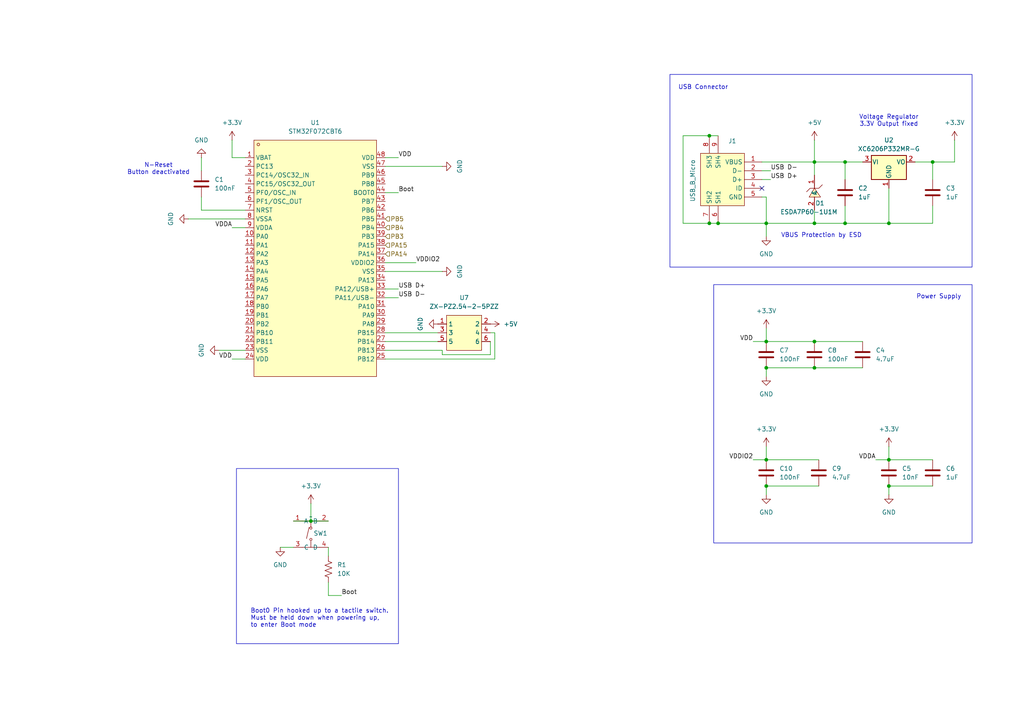
<source format=kicad_sch>
(kicad_sch (version 20231120) (generator "eeschema") (generator_version "8.0")
  (paper "A4")
  (lib_symbols
    (symbol "Device:C" (pin_numbers hide) (pin_names (offset 0.254))
      (property "Reference" "C" (at 0.635 2.54 0))
      (property "Value" "C" (at 0.635 -2.54 0))
      (symbol "C_0_1"
        (polyline (pts (xy -2.032 -0.762) (xy 2.032 -0.762)) (stroke (width 0.508)))
        (polyline (pts (xy -2.032 0.762) (xy 2.032 0.762)) (stroke (width 0.508)))
      )
      (symbol "C_1_1"
        (pin passive line (at 0 3.81 270) (length 2.794) (name "~") (number "1"))
        (pin passive line (at 0 -3.81 90) (length 2.794) (name "~") (number "2"))
      )
    )
    (symbol "Device:R_US" (pin_numbers hide) (pin_names (offset 0))
      (property "Reference" "R" (at 2.54 0 90))
      (property "Value" "R_US" (at -2.54 0 90))
      (symbol "R_US_0_1"
        (polyline (pts (xy 0 -2.286) (xy 0 -2.54)))
        (polyline (pts (xy 0 2.286) (xy 0 2.54)))
        (polyline (pts (xy 0 -0.762) (xy 1.016 -1.143) (xy 0 -1.524) (xy -1.016 -1.905) (xy 0 -2.286)))
        (polyline (pts (xy 0 0.762) (xy 1.016 0.381) (xy 0 0) (xy -1.016 -0.381) (xy 0 -0.762)))
        (polyline (pts (xy 0 2.286) (xy 1.016 1.905) (xy 0 1.524) (xy -1.016 1.143) (xy 0 0.762)))
      )
      (symbol "R_US_1_1"
        (pin passive line (at 0 3.81 270) (length 1.27) (name "~") (number "1"))
        (pin passive line (at 0 -3.81 90) (length 1.27) (name "~") (number "2"))
      )
    )
    (symbol "JLClib:ESDA7P60-1U1M"
      (property "Reference" "D" (at 0 5.08 0))
      (property "Value" "ESDA7P60-1U1M" (at 0 -5.08 0))
      (symbol "ESDA7P60-1U1M_0_1"
        (polyline (pts (xy -2.29 2.29) (xy -1.27 1.27) (xy -1.27 -1.27) (xy -0.25 -2.29)))
        (polyline (pts (xy 1.27 -1.52) (xy -1.27 0) (xy 1.27 1.78) (xy 1.27 -1.52)) (fill (type background)))
        (pin unspecified line (at -5.08 0 0) (length 3.81) (name "C") (number "1"))
        (pin unspecified line (at 5.08 0 180) (length 3.81) (name "A") (number "2"))
      )
    )
    (symbol "JLClib:Header-Male-2.54_2x3"
      (property "Reference" "J" (at 0 7.62 0))
      (property "Value" "Header-Male-2.54_2x3" (at 0 -7.62 0))
      (symbol "Header-Male-2.54_2x3_0_1"
        (rectangle (start -5.08 5.08) (end 5.08 -5.08) (fill (type background)))
        (pin input line (at -7.62 2.54 0) (length 2.54) (name "1") (number "1"))
        (pin input line (at 7.62 2.54 180) (length 2.54) (name "2") (number "2"))
        (pin input line (at -7.62 0 0) (length 2.54) (name "3") (number "3"))
        (pin input line (at 7.62 0 180) (length 2.54) (name "4") (number "4"))
        (pin input line (at -7.62 -2.54 0) (length 2.54) (name "5") (number "5"))
        (pin input line (at 7.62 -2.54 180) (length 2.54) (name "6") (number "6"))
      )
    )
    (symbol "JLClib:MICROXNJ"
      (property "Reference" "USB" (at 0 17.78 0))
      (property "Value" "MICROXNJ" (at 0 -17.78 0))
      (symbol "MICROXNJ_0_1"
        (rectangle (start -5.08 7.62) (end 7.62 -7.62) (fill (type background)))
        (pin unspecified line (at -10.16 -5.08 0) (length 5.08) (name "VBUS") (number "1"))
        (pin unspecified line (at -10.16 -2.54 0) (length 5.08) (name "D-") (number "2"))
        (pin unspecified line (at -10.16 0 0) (length 5.08) (name "D+") (number "3"))
        (pin unspecified line (at -10.16 2.54 0) (length 5.08) (name "ID") (number "4"))
        (pin unspecified line (at -10.16 5.08 0) (length 5.08) (name "GND") (number "5"))
        (pin unspecified line (at 2.54 12.7 270) (length 5.08) (name "SH1") (number "6"))
        (pin unspecified line (at 5.08 12.7 270) (length 5.08) (name "SH2") (number "7"))
        (pin unspecified line (at 5.08 -12.7 90) (length 5.08) (name "SH3") (number "8"))
        (pin unspecified line (at 2.54 -12.7 90) (length 5.08) (name "SH4") (number "9"))
      )
    )
    (symbol "JLClib:STM32F072CBT6"
      (property "Reference" "U1" (at 0 39.37 0))
      (property "Value" "STM32F072CBT6" (at 0 36.83 0))
      (symbol "STM32F072CBT6_0_1"
        (rectangle (start -17.78 34.29) (end 17.78 -34.29) (fill (type background)))
        (circle (center -16.51 33.02) (radius 0.38))
        (pin unspecified line (at -20.32 29.21 0) (length 2.54) (name "VBAT") (number "1"))
        (pin unspecified line (at -20.32 6.35 0) (length 2.54) (name "PA0") (number "10"))
        (pin unspecified line (at -20.32 3.81 0) (length 2.54) (name "PA1") (number "11"))
        (pin unspecified line (at -20.32 1.27 0) (length 2.54) (name "PA2") (number "12"))
        (pin unspecified line (at -20.32 -1.27 0) (length 2.54) (name "PA3") (number "13"))
        (pin unspecified line (at -20.32 -3.81 0) (length 2.54) (name "PA4") (number "14"))
        (pin unspecified line (at -20.32 -6.35 0) (length 2.54) (name "PA5") (number "15"))
        (pin unspecified line (at -20.32 -8.89 0) (length 2.54) (name "PA6") (number "16"))
        (pin unspecified line (at -20.32 -11.43 0) (length 2.54) (name "PA7") (number "17"))
        (pin unspecified line (at -20.32 -13.97 0) (length 2.54) (name "PB0") (number "18"))
        (pin unspecified line (at -20.32 -16.51 0) (length 2.54) (name "PB1") (number "19"))
        (pin unspecified line (at -20.32 26.67 0) (length 2.54) (name "PC13") (number "2"))
        (pin unspecified line (at -20.32 -19.05 0) (length 2.54) (name "PB2") (number "20"))
        (pin unspecified line (at -20.32 -21.59 0) (length 2.54) (name "PB10") (number "21"))
        (pin unspecified line (at -20.32 -24.13 0) (length 2.54) (name "PB11") (number "22"))
        (pin unspecified line (at -20.32 -26.67 0) (length 2.54) (name "VSS") (number "23"))
        (pin unspecified line (at -20.32 -29.21 0) (length 2.54) (name "VDD") (number "24"))
        (pin unspecified line (at 20.32 -29.21 180) (length 2.54) (name "PB12") (number "25"))
        (pin unspecified line (at 20.32 -26.67 180) (length 2.54) (name "PB13") (number "26"))
        (pin unspecified line (at 20.32 -24.13 180) (length 2.54) (name "PB14") (number "27"))
        (pin unspecified line (at 20.32 -21.59 180) (length 2.54) (name "PB15") (number "28"))
        (pin unspecified line (at 20.32 -19.05 180) (length 2.54) (name "PA8") (number "29"))
        (pin unspecified line (at -20.32 24.13 0) (length 2.54) (name "PC14/OSC32_IN") (number "3"))
        (pin unspecified line (at 20.32 -16.51 180) (length 2.54) (name "PA9") (number "30"))
        (pin unspecified line (at 20.32 -13.97 180) (length 2.54) (name "PA10") (number "31"))
        (pin unspecified line (at 20.32 -6.35 180) (length 2.54) (name "PA13") (number "34"))
        (pin unspecified line (at 20.32 -3.81 180) (length 2.54) (name "VSS") (number "35"))
        (pin unspecified line (at 20.32 1.27 180) (length 2.54) (name "PA14") (number "37"))
        (pin unspecified line (at 20.32 3.81 180) (length 2.54) (name "PA15") (number "38"))
        (pin unspecified line (at 20.32 6.35 180) (length 2.54) (name "PB3") (number "39"))
        (pin unspecified line (at -20.32 21.59 0) (length 2.54) (name "PC15/OSC32_OUT") (number "4"))
        (pin unspecified line (at 20.32 8.89 180) (length 2.54) (name "PB4") (number "40"))
        (pin unspecified line (at 20.32 11.43 180) (length 2.54) (name "PB5") (number "41"))
        (pin unspecified line (at 20.32 13.97 180) (length 2.54) (name "PB6") (number "42"))
        (pin unspecified line (at 20.32 16.51 180) (length 2.54) (name "PB7") (number "43"))
        (pin unspecified line (at 20.32 19.05 180) (length 2.54) (name "BOOT0") (number "44"))
        (pin unspecified line (at 20.32 21.59 180) (length 2.54) (name "PB8") (number "45"))
        (pin unspecified line (at 20.32 24.13 180) (length 2.54) (name "PB9") (number "46"))
        (pin unspecified line (at 20.32 26.67 180) (length 2.54) (name "VSS") (number "47"))
        (pin unspecified line (at 20.32 29.21 180) (length 2.54) (name "VDD") (number "48"))
        (pin unspecified line (at -20.32 19.05 0) (length 2.54) (name "PF0/OSC_IN") (number "5"))
        (pin unspecified line (at -20.32 16.51 0) (length 2.54) (name "PF1/OSC_OUT") (number "6"))
        (pin unspecified line (at -20.32 13.97 0) (length 2.54) (name "NRST") (number "7"))
        (pin unspecified line (at -20.32 11.43 0) (length 2.54) (name "VSSA") (number "8"))
        (pin unspecified line (at -20.32 8.89 0) (length 2.54) (name "VDDA") (number "9"))
      )
      (symbol "STM32F072CBT6_1_1"
        (pin unspecified line (at 20.32 -11.43 180) (length 2.54) (name "PA11/USB-") (number "32"))
        (pin unspecified line (at 20.32 -8.89 180) (length 2.54) (name "PA12/USB+") (number "33"))
        (pin unspecified line (at 20.32 -1.27 180) (length 2.54) (name "VDDIO2") (number "36"))
      )
    )
    (symbol "JLClib:TS-1187A-B-A-B"
      (property "Reference" "SW" (at 0 7.62 0))
      (property "Value" "TS-1187A-B-A-B" (at 0 -10.16 0))
      (symbol "TS-1187A-B-A-B_0_1"
        (circle (center 0 -2.79) (radius 0.32))
        (polyline (pts (xy -2.54 -5.08) (xy 2.54 -5.08)))
        (polyline (pts (xy -2.54 2.54) (xy 2.54 2.54)))
        (polyline (pts (xy -0.51 0.76) (xy -1.27 -2.54)))
        (polyline (pts (xy 0 -3.3) (xy 0 -5.08)))
        (polyline (pts (xy 0 0.76) (xy 0 2.54)))
        (circle (center 0 0.51) (radius 0.32))
        (pin unspecified line (at -5.08 2.54 0) (length 2.54) (name "A") (number "1"))
        (pin unspecified line (at 5.08 2.54 180) (length 2.54) (name "B") (number "2"))
        (pin unspecified line (at -5.08 -5.08 0) (length 2.54) (name "C") (number "3"))
        (pin unspecified line (at 5.08 -5.08 180) (length 2.54) (name "D") (number "4"))
      )
    )
    (symbol "Regulator_Linear:XC6206PxxxMR" (pin_names (offset 0.254))
      (property "Reference" "U" (at -3.81 3.175 0))
      (property "Value" "XC6206PxxxMR" (at 0 3.175 0))
      (symbol "XC6206PxxxMR_0_1"
        (rectangle (start -5.08 1.905) (end 5.08 -5.08) (stroke (width 0.254)) (fill (type background)))
      )
      (symbol "XC6206PxxxMR_1_1"
        (pin power_in line (at 0 -7.62 90) (length 2.54) (name "GND") (number "1"))
        (pin power_out line (at 7.62 0 180) (length 2.54) (name "VO") (number "2"))
        (pin power_in line (at -7.62 0 0) (length 2.54) (name "VI") (number "3"))
      )
    )
    (symbol "power:+3.3V" (power) (pin_numbers hide) (pin_names (offset 0) hide)
      (property "Value" "+3.3V" (at 0 3.556 0))
      (symbol "+3.3V_0_1"
        (polyline (pts (xy -0.762 1.27) (xy 0 2.54)))
        (polyline (pts (xy 0 0) (xy 0 2.54)))
        (polyline (pts (xy 0 2.54) (xy 0.762 1.27)))
      )
      (symbol "+3.3V_1_1"
        (pin power_in line (at 0 0 90) (length 0) (name "~") (number "1"))
      )
    )
    (symbol "power:+5V" (power) (pin_numbers hide) (pin_names (offset 0) hide)
      (property "Value" "+5V" (at 0 3.556 0))
      (symbol "+5V_0_1"
        (polyline (pts (xy -0.762 1.27) (xy 0 2.54)))
        (polyline (pts (xy 0 0) (xy 0 2.54)))
        (polyline (pts (xy 0 2.54) (xy 0.762 1.27)))
      )
      (symbol "+5V_1_1"
        (pin power_in line (at 0 0 90) (length 0) (name "~") (number "1"))
      )
    )
    (symbol "power:GND" (power) (pin_numbers hide) (pin_names (offset 0) hide)
      (property "Value" "GND" (at 0 -3.81 0))
      (symbol "GND_0_1"
        (polyline (pts (xy 0 0) (xy 0 -1.27) (xy 1.27 -1.27) (xy 0 -2.54) (xy -1.27 -1.27) (xy 0 -1.27)))
      )
      (symbol "GND_1_1"
        (pin power_in line (at 0 0 270) (length 0) (name "~") (number "1"))
      )
    )
  )
  (junction (at 208.28 64.77))
  (junction (at 90.17 151.13))
  (junction (at 236.22 106.68))
  (junction (at 236.22 46.99))
  (junction (at 245.11 46.99))
  (junction (at 222.25 99.06))
  (junction (at 245.11 64.77))
  (junction (at 205.74 64.77))
  (junction (at 236.22 99.06))
  (junction (at 270.51 46.99))
  (junction (at 222.25 106.68))
  (junction (at 257.81 140.97))
  (junction (at 205.74 39.37))
  (junction (at 222.25 64.77))
  (junction (at 222.25 140.97))
  (junction (at 257.81 133.35))
  (junction (at 257.81 64.77))
  (junction (at 222.25 133.35))
  (junction (at 236.22 64.77))
  (no_connect (at 220.98 54.61))
  (wire (pts (xy 81.28 158.75) (xy 85.09 158.75)))
  (wire (pts (xy 58.42 45.72) (xy 58.42 49.53)))
  (wire (pts (xy 254 133.35) (xy 257.81 133.35)))
  (wire (pts (xy 111.76 76.2) (xy 120.65 76.2)))
  (wire (pts (xy 58.42 60.96) (xy 71.12 60.96)))
  (wire (pts (xy 245.11 64.77) (xy 257.81 64.77)))
  (wire (pts (xy 236.22 106.68) (xy 250.19 106.68)))
  (wire (pts (xy 222.25 95.25) (xy 222.25 99.06)))
  (wire (pts (xy 95.25 172.72) (xy 95.25 168.91)))
  (wire (pts (xy 67.31 45.72) (xy 71.12 45.72)))
  (wire (pts (xy 265.43 46.99) (xy 270.51 46.99)))
  (wire (pts (xy 257.81 64.77) (xy 270.51 64.77)))
  (wire (pts (xy 236.22 46.99) (xy 236.22 50.8)))
  (wire (pts (xy 111.76 104.14) (xy 143.51 104.14)))
  (wire (pts (xy 198.12 39.37) (xy 198.12 64.77)))
  (wire (pts (xy 245.11 46.99) (xy 245.11 52.07)))
  (wire (pts (xy 257.81 133.35) (xy 270.51 133.35)))
  (wire (pts (xy 245.11 59.69) (xy 245.11 64.77)))
  (wire (pts (xy 222.25 129.54) (xy 222.25 133.35)))
  (wire (pts (xy 276.86 46.99) (xy 276.86 40.64)))
  (wire (pts (xy 63.5 101.6) (xy 71.12 101.6)))
  (wire (pts (xy 205.74 39.37) (xy 198.12 39.37)))
  (wire (pts (xy 222.25 99.06) (xy 236.22 99.06)))
  (wire (pts (xy 257.81 140.97) (xy 270.51 140.97)))
  (wire (pts (xy 236.22 99.06) (xy 250.19 99.06)))
  (wire (pts (xy 67.31 104.14) (xy 71.12 104.14)))
  (wire (pts (xy 222.25 106.68) (xy 236.22 106.68)))
  (wire (pts (xy 270.51 59.69) (xy 270.51 64.77)))
  (wire (pts (xy 111.76 83.82) (xy 115.57 83.82)))
  (wire (pts (xy 111.76 45.72) (xy 115.57 45.72)))
  (wire (pts (xy 111.76 86.36) (xy 115.57 86.36)))
  (wire (pts (xy 111.76 96.52) (xy 127 96.52)))
  (wire (pts (xy 205.74 64.77) (xy 208.28 64.77)))
  (wire (pts (xy 220.98 46.99) (xy 236.22 46.99)))
  (wire (pts (xy 270.51 46.99) (xy 270.51 52.07)))
  (wire (pts (xy 54.61 63.5) (xy 71.12 63.5)))
  (wire (pts (xy 222.25 106.68) (xy 222.25 109.22)))
  (wire (pts (xy 111.76 48.26) (xy 128.27 48.26)))
  (wire (pts (xy 236.22 60.96) (xy 236.22 64.77)))
  (wire (pts (xy 222.25 57.15) (xy 222.25 64.77)))
  (wire (pts (xy 128.27 101.6) (xy 111.76 101.6)))
  (wire (pts (xy 99.06 172.72) (xy 95.25 172.72)))
  (wire (pts (xy 128.27 102.87) (xy 128.27 101.6)))
  (wire (pts (xy 236.22 40.64) (xy 236.22 46.99)))
  (wire (pts (xy 111.76 55.88) (xy 115.57 55.88)))
  (wire (pts (xy 222.25 133.35) (xy 237.49 133.35)))
  (wire (pts (xy 142.24 102.87) (xy 142.24 99.06)))
  (wire (pts (xy 67.31 66.04) (xy 71.12 66.04)))
  (wire (pts (xy 218.44 133.35) (xy 222.25 133.35)))
  (wire (pts (xy 220.98 57.15) (xy 222.25 57.15)))
  (wire (pts (xy 236.22 46.99) (xy 245.11 46.99)))
  (wire (pts (xy 222.25 140.97) (xy 237.49 140.97)))
  (wire (pts (xy 222.25 64.77) (xy 236.22 64.77)))
  (wire (pts (xy 270.51 46.99) (xy 276.86 46.99)))
  (wire (pts (xy 90.17 151.13) (xy 85.09 151.13)))
  (wire (pts (xy 245.11 46.99) (xy 250.19 46.99)))
  (wire (pts (xy 90.17 146.05) (xy 90.17 151.13)))
  (wire (pts (xy 67.31 40.64) (xy 67.31 45.72)))
  (wire (pts (xy 128.27 102.87) (xy 142.24 102.87)))
  (wire (pts (xy 218.44 99.06) (xy 222.25 99.06)))
  (wire (pts (xy 257.81 140.97) (xy 257.81 143.51)))
  (wire (pts (xy 223.52 52.07) (xy 220.98 52.07)))
  (wire (pts (xy 257.81 129.54) (xy 257.81 133.35)))
  (wire (pts (xy 236.22 64.77) (xy 245.11 64.77)))
  (wire (pts (xy 222.25 68.58) (xy 222.25 64.77)))
  (wire (pts (xy 198.12 64.77) (xy 205.74 64.77)))
  (wire (pts (xy 95.25 158.75) (xy 95.25 161.29)))
  (wire (pts (xy 257.81 54.61) (xy 257.81 64.77)))
  (wire (pts (xy 58.42 60.96) (xy 58.42 57.15)))
  (wire (pts (xy 143.51 104.14) (xy 143.51 96.52)))
  (wire (pts (xy 143.51 96.52) (xy 142.24 96.52)))
  (wire (pts (xy 208.28 39.37) (xy 205.74 39.37)))
  (wire (pts (xy 223.52 49.53) (xy 220.98 49.53)))
  (wire (pts (xy 222.25 140.97) (xy 222.25 143.51)))
  (wire (pts (xy 111.76 99.06) (xy 127 99.06)))
  (wire (pts (xy 111.76 78.74) (xy 128.27 78.74)))
  (wire (pts (xy 90.17 151.13) (xy 95.25 151.13)))
  (wire (pts (xy 208.28 64.77) (xy 222.25 64.77)))
  (rectangle (start 207.01 82.55) (end 281.94 157.48))
  (rectangle (start 68.58 135.89) (end 115.57 186.69))
  (rectangle (start 194.31 21.59) (end 281.94 77.47))
  (text "Boot0 Pin hooked up to a tactile switch.\nMust be held down when powering up,\nto enter Boot mode" (at 72.644 179.324 0) (effects (font (size 1.27 1.27)) (justify left)))
  (text "N-Reset\nButton deactivated\n" (at 45.974 49.022 0) (effects (font (size 1.27 1.27))))
  (text "USB Connector" (at 203.962 25.4 0) (effects (font (size 1.27 1.27))))
  (text "Power Supply" (at 272.288 86.106 0) (effects (font (size 1.27 1.27))))
  (text "VBUS Protection by ESD" (at 238.252 68.326 0) (effects (font (size 1.27 1.27))))
  (text "Voltage Regulator\n3.3V Output fixed" (at 257.81 35.052 0) (effects (font (size 1.27 1.27))))
  (label "Boot" (at 115.57 55.88 0))
  (label "Boot" (at 99.06 172.72 0))
  (label "VDDA" (at 254 133.35 180))
  (label "USB D+" (at 115.57 83.82 0))
  (label "VDD" (at 115.57 45.72 0))
  (label "USB D-" (at 115.57 86.36 0))
  (label "VDDIO2" (at 218.44 133.35 180))
  (label "USB D-" (at 223.52 49.53 0))
  (label "VDDIO2" (at 120.65 76.2 0))
  (label "VDD" (at 218.44 99.06 180))
  (label "VDD" (at 67.31 104.14 180))
  (label "USB D+" (at 223.52 52.07 0))
  (label "VDDA" (at 67.31 66.04 180))
  (hierarchical_label "PA14" (shape input) (at 111.76 73.66 0))
  (hierarchical_label "PA15" (shape input) (at 111.76 71.12 0))
  (hierarchical_label "PB5" (shape input) (at 111.76 63.5 0))
  (hierarchical_label "PB4" (shape input) (at 111.76 66.04 0))
  (hierarchical_label "PB3" (shape input) (at 111.76 68.58 0))
  (symbol (lib_id "power:GND") (at 128.27 78.74 90) (mirror x) (unit 1)
    (property "Reference" "#PWR016" (effects (hide yes)))
    (property "Value" "GND" (at 133.35 78.74 0))
    (property "Description" "Power symbol creates a global label with name \"GND\" , ground" (effects (hide yes)))
  )
  (symbol (lib_id "power:GND") (at 222.25 109.22 0) (unit 1)
    (property "Reference" "#PWR04" (effects (hide yes)))
    (property "Value" "GND" (at 222.25 114.3 0))
    (property "Description" "Power symbol creates a global label with name \"GND\" , ground" (effects (hide yes)))
  )
  (symbol (lib_id "power:GND") (at 257.81 143.51 0) (unit 1)
    (property "Reference" "#PWR03" (effects (hide yes)))
    (property "Value" "GND" (at 257.81 148.59 0))
    (property "Description" "Power symbol creates a global label with name \"GND\" , ground" (effects (hide yes)))
  )
  (symbol (lib_id "Device:C") (at 250.19 102.87 0) (unit 1)
    (property "Reference" "C4" (at 254 101.5999 0) (effects (justify left)))
    (property "Value" "4.7uF" (at 254 104.1399 0) (effects (justify left)))
    (property "Footprint" "JLClib:C0805" (effects (hide yes)))
    (property "Datasheet" "https://wmsc.lcsc.com/wmsc/upload/file/pdf/v2/lcsc/2011121334_Murata-Electronics-GCM21BC71E475KE36L_C469525.pdf" (effects (hide yes)))
    (property "Description" "C469525" (effects (hide yes)))
    (property "LCSC Part" "C469525" (effects (hide yes)))
  )
  (symbol (lib_id "power:+3.3V") (at 257.81 129.54 0) (unit 1)
    (property "Reference" "#PWR010" (effects (hide yes)))
    (property "Value" "+3.3V" (at 257.81 124.46 0))
    (property "Description" "Power symbol creates a global label with name \"+3.3V\"" (effects (hide yes)))
  )
  (symbol (lib_id "power:+5V") (at 236.22 40.64 0) (unit 1)
    (property "Reference" "#PWR07" (effects (hide yes)))
    (property "Value" "+5V" (at 236.22 35.56 0))
    (property "Description" "Power symbol creates a global label with name \"+5V\"" (effects (hide yes)))
  )
  (symbol (lib_id "power:GND") (at 128.27 48.26 90) (mirror x) (unit 1)
    (property "Reference" "#PWR017" (effects (hide yes)))
    (property "Value" "GND" (at 133.35 48.26 0))
    (property "Description" "Power symbol creates a global label with name \"GND\" , ground" (effects (hide yes)))
  )
  (symbol (lib_id "JLClib:TS-1187A-B-A-B") (at 90.17 153.67 0) (unit 1)
    (property "Reference" "SW1" (at 92.964 154.686 0))
    (property "Value" "~" (at 90.17 149.86 0))
    (property "Footprint" "JLClib:SW-SMD_4P-L5.1-W5.1-P3.70-LS6.5-TL-2" (effects (hide yes)))
    (property "Datasheet" "https://lcsc.com/product-detail/Tactile-Switches_XKB-Enterprise-TS-1187-B-A-A_C318884.html" (effects (hide yes)))
    (property "Description" "Push button switch, generic, two pins" (effects (hide yes)))
    (property "LCSC Part" "C318884" (effects (hide yes)))
  )
  (symbol (lib_id "JLClib:STM32F072CBT6") (at 91.44 74.93 0) (unit 1)
    (property "Reference" "U1" (at 91.44 35.56 0))
    (property "Value" "STM32F072CBT6" (at 91.44 38.1 0))
    (property "Footprint" "JLClib:LQFP-48_L7.0-W7.0-P0.50-LS9.0-BL" (effects (hide yes)))
    (property "Datasheet" "https://lcsc.com/product-detail/ST-Microelectronics_STMicroelectronics_STM32F072CBT6_STM32F072CBT6_C81720.html" (effects (hide yes)))
    (property "Description" "STMicroelectronics Arm Cortex-M0 MCU, 128KB flash, 16KB RAM, 48 MHz, 2.0-3.6V, 37 GPIO, LQFP48" (effects (hide yes)))
    (property "LCSC Part" "C81720" (effects (hide yes)))
  )
  (symbol (lib_id "Device:C") (at 270.51 55.88 0) (unit 1)
    (property "Reference" "C3" (at 274.32 54.6099 0) (effects (justify left)))
    (property "Value" "1uF" (at 274.32 57.1499 0) (effects (justify left)))
    (property "Footprint" "JLClib:C0402" (effects (hide yes)))
    (property "Datasheet" "https://wmsc.lcsc.com/wmsc/upload/file/pdf/v2/lcsc/2304140030_Samsung-Electro-Mechanics-CL05A105KP5NNNC_C14445.pdf" (effects (hide yes)))
    (property "Description" "C14445" (effects (hide yes)))
    (property "LCSC Part" "C14445" (effects (hide yes)))
  )
  (symbol (lib_id "power:GND") (at 222.25 68.58 0) (unit 1)
    (property "Reference" "#PWR02" (effects (hide yes)))
    (property "Value" "GND" (at 222.25 73.66 0))
    (property "Description" "Power symbol creates a global label with name \"GND\" , ground" (effects (hide yes)))
  )
  (symbol (lib_id "Device:C") (at 236.22 102.87 0) (unit 1)
    (property "Reference" "C8" (at 240.03 101.5999 0) (effects (justify left)))
    (property "Value" "100nF" (at 240.03 104.1399 0) (effects (justify left)))
    (property "Footprint" "JLClib:C0402" (effects (hide yes)))
    (property "Datasheet" "https://wmsc.lcsc.com/wmsc/upload/file/pdf/v2/lcsc/2304140030_Murata-Electronics-GRM033C80J104KE15D_C415519.pdf" (effects (hide yes)))
    (property "LCSC Part" "C5448875" (effects (hide yes)))
  )
  (symbol (lib_id "Device:C") (at 257.81 137.16 0) (unit 1)
    (property "Reference" "C5" (at 261.62 135.8899 0) (effects (justify left)))
    (property "Value" "10nF" (at 261.62 138.4299 0) (effects (justify left)))
    (property "Footprint" "JLClib:C0805" (effects (hide yes)))
    (property "Datasheet" "https://wmsc.lcsc.com/wmsc/upload/file/pdf/v2/lcsc/2304140030_Samsung-Electro-Mechanics-CL10B103KA8NNNC_C730440.pdf" (effects (hide yes)))
    (property "Description" "0805" (effects (hide yes)))
    (property "LCSC Part" "C7393933" (effects (hide yes)))
  )
  (symbol (lib_id "power:+3.3V") (at 222.25 129.54 0) (unit 1)
    (property "Reference" "#PWR09" (effects (hide yes)))
    (property "Value" "+3.3V" (at 222.25 124.46 0))
    (property "Description" "Power symbol creates a global label with name \"+3.3V\"" (effects (hide yes)))
  )
  (symbol (lib_id "power:+3.3V") (at 276.86 40.64 0) (unit 1)
    (property "Reference" "#PWR06" (effects (hide yes)))
    (property "Value" "+3.3V" (at 276.86 35.56 0))
    (property "Description" "Power symbol creates a global label with name \"+3.3V\"" (effects (hide yes)))
  )
  (symbol (lib_id "power:GND") (at 81.28 158.75 0) (unit 1)
    (property "Reference" "#PWR013" (effects (hide yes)))
    (property "Value" "GND" (at 81.28 163.83 0))
    (property "Description" "Power symbol creates a global label with name \"GND\" , ground" (effects (hide yes)))
  )
  (symbol (lib_id "Device:C") (at 270.51 137.16 0) (unit 1)
    (property "Reference" "C6" (at 274.32 135.8899 0) (effects (justify left)))
    (property "Value" "1uF" (at 274.32 138.4299 0) (effects (justify left)))
    (property "Footprint" "JLClib:C0402" (effects (hide yes)))
    (property "Datasheet" "https://wmsc.lcsc.com/wmsc/upload/file/pdf/v2/lcsc/2304140030_Samsung-Electro-Mechanics-CL05A105KP5NNNC_C14445.pdf" (effects (hide yes)))
    (property "Description" "C14445" (effects (hide yes)))
    (property "LCSC Part" "C14445" (effects (hide yes)))
  )
  (symbol (lib_id "power:GND") (at 54.61 63.5 270) (mirror x) (unit 1)
    (property "Reference" "#PWR014" (effects (hide yes)))
    (property "Value" "GND" (at 49.53 63.5 0))
    (property "Description" "Power symbol creates a global label with name \"GND\" , ground" (effects (hide yes)))
  )
  (symbol (lib_id "Device:C") (at 58.42 53.34 0) (unit 1)
    (property "Reference" "C1" (at 62.23 52.0699 0) (effects (justify left)))
    (property "Value" "100nF" (at 62.23 54.6099 0) (effects (justify left)))
    (property "Footprint" "JLClib:C0402" (effects (hide yes)))
    (property "Datasheet" "https://wmsc.lcsc.com/wmsc/upload/file/pdf/v2/lcsc/2304140030_Murata-Electronics-GRM033C80J104KE15D_C415519.pdf" (effects (hide yes)))
    (property "LCSC Part" "C5448875" (effects (hide yes)))
  )
  (symbol (lib_id "Device:C") (at 245.11 55.88 0) (unit 1)
    (property "Reference" "C2" (at 248.92 54.6099 0) (effects (justify left)))
    (property "Value" "1uF" (at 248.92 57.1499 0) (effects (justify left)))
    (property "Footprint" "JLClib:C0402" (effects (hide yes)))
    (property "Datasheet" "https://wmsc.lcsc.com/wmsc/upload/file/pdf/v2/lcsc/2304140030_Samsung-Electro-Mechanics-CL05A105KP5NNNC_C14445.pdf" (effects (hide yes)))
    (property "Description" "C14445" (effects (hide yes)))
    (property "LCSC Part" "C14445" (effects (hide yes)))
  )
  (symbol (lib_id "Device:C") (at 237.49 137.16 0) (unit 1)
    (property "Reference" "C9" (at 241.3 135.8899 0) (effects (justify left)))
    (property "Value" "4.7uF" (at 241.3 138.4299 0) (effects (justify left)))
    (property "Footprint" "JLClib:C0805" (effects (hide yes)))
    (property "Datasheet" "https://wmsc.lcsc.com/wmsc/upload/file/pdf/v2/lcsc/2011121334_Murata-Electronics-GCM21BC71E475KE36L_C469525.pdf" (effects (hide yes)))
    (property "Description" "C469525" (effects (hide yes)))
    (property "LCSC Part" "C469525" (effects (hide yes)))
  )
  (symbol (lib_id "power:+3.3V") (at 222.25 95.25 0) (unit 1)
    (property "Reference" "#PWR08" (effects (hide yes)))
    (property "Value" "+3.3V" (at 222.25 90.17 0))
    (property "Description" "Power symbol creates a global label with name \"+3.3V\"" (effects (hide yes)))
  )
  (symbol (lib_id "JLClib:ESDA7P60-1U1M") (at 236.22 55.88 270) (unit 1)
    (property "Reference" "D1" (at 236.474 58.928 90) (effects (justify left)))
    (property "Value" "ESDA7P60-1U1M" (at 226.314 61.468 90) (effects (justify left)))
    (property "Footprint" "JLClib:D1610-RD" (effects (hide yes)))
    (property "Datasheet" "https://wmsc.lcsc.com/wmsc/upload/file/pdf/v2/lcsc/2201300330_STMicroelectronics-ESDA7P60-1U1M_C1975146.pdf" (effects (hide yes)))
    (property "Description" "C1975146" (effects (hide yes)))
    (property "LCSC Part" "C1975146" (effects (hide yes)))
  )
  (symbol (lib_id "Device:C") (at 222.25 137.16 0) (unit 1)
    (property "Reference" "C10" (at 226.06 135.8899 0) (effects (justify left)))
    (property "Value" "100nF" (at 226.06 138.4299 0) (effects (justify left)))
    (property "Footprint" "JLClib:C0402" (effects (hide yes)))
    (property "Datasheet" "https://wmsc.lcsc.com/wmsc/upload/file/pdf/v2/lcsc/2304140030_Murata-Electronics-GRM033C80J104KE15D_C415519.pdf" (effects (hide yes)))
    (property "LCSC Part" "C5448875" (effects (hide yes)))
  )
  (symbol (lib_id "power:+3.3V") (at 67.31 40.64 0) (unit 1)
    (property "Reference" "#PWR011" (effects (hide yes)))
    (property "Value" "+3.3V" (at 67.31 35.56 0))
    (property "Description" "Power symbol creates a global label with name \"+3.3V\"" (effects (hide yes)))
  )
  (symbol (lib_id "Device:C") (at 222.25 102.87 0) (unit 1)
    (property "Reference" "C7" (at 226.06 101.5999 0) (effects (justify left)))
    (property "Value" "100nF" (at 226.06 104.1399 0) (effects (justify left)))
    (property "Footprint" "JLClib:C0402" (effects (hide yes)))
    (property "Datasheet" "https://wmsc.lcsc.com/wmsc/upload/file/pdf/v2/lcsc/2304140030_Murata-Electronics-GRM033C80J104KE15D_C415519.pdf" (effects (hide yes)))
    (property "LCSC Part" "C5448875" (effects (hide yes)))
  )
  (symbol (lib_id "power:GND") (at 58.42 45.72 0) (mirror x) (unit 1)
    (property "Reference" "#PWR01" (effects (hide yes)))
    (property "Value" "GND" (at 58.42 40.64 0))
    (property "Description" "Power symbol creates a global label with name \"GND\" , ground" (effects (hide yes)))
  )
  (symbol (lib_id "Regulator_Linear:XC6206PxxxMR") (at 257.81 46.99 0) (unit 1)
    (property "Reference" "U2" (at 257.81 40.64 0))
    (property "Value" "XC6206P332MR-G" (at 257.81 43.18 0))
    (property "Footprint" "JLClib:SOT-23-3_L2.9-W1.6-P1.90-LS2.8-BR" (effects (hide yes)))
    (property "Datasheet" "https://www.torexsemi.com/file/xc6206/XC6206.pdf" (effects (hide yes)))
    (property "Description" "Positive 60-250mA Low Dropout Regulator, Fixed Output, SOT-23" (effects (hide yes)))
    (property "LCSC Part" "C5446" (effects (hide yes)))
  )
  (symbol (lib_id "power:+3.3V") (at 90.17 146.05 0) (unit 1)
    (property "Reference" "#PWR012" (effects (hide yes)))
    (property "Value" "+3.3V" (at 90.17 140.97 0))
    (property "Description" "Power symbol creates a global label with name \"+3.3V\"" (effects (hide yes)))
  )
  (symbol (lib_id "power:+5V") (at 142.24 93.98 270) (unit 1)
    (property "Reference" "#PWR023" (effects (hide yes)))
    (property "Value" "+5V" (at 146.05 93.9799 90) (effects (justify left)))
    (property "Description" "Power symbol creates a global label with name \"+5V\"" (effects (hide yes)))
  )
  (symbol (lib_id "JLClib:Header-Male-2.54_2x3") (at 134.62 96.52 0) (unit 1)
    (property "Reference" "U7" (at 134.62 86.36 0))
    (property "Value" "ZX-PZ2.54-2-5PZZ" (at 134.62 88.9 0))
    (property "Footprint" "JLClib:HDR-TH_6P-P2.54-V-M-R2-C3-S2.54-1" (effects (hide yes)))
    (property "Datasheet" "https://lcsc.com/product-detail/Male-Header_2-54mm-2-3P-Header_C65114.html" (effects (hide yes)))
    (property "LCSC Part" "C65114" (effects (hide yes)))
  )
  (symbol (lib_id "power:GND") (at 63.5 101.6 270) (mirror x) (unit 1)
    (property "Reference" "#PWR015" (effects (hide yes)))
    (property "Value" "GND" (at 58.42 101.6 0))
    (property "Description" "Power symbol creates a global label with name \"GND\" , ground" (effects (hide yes)))
  )
  (symbol (lib_id "power:GND") (at 127 93.98 270) (mirror x) (unit 1)
    (property "Reference" "#PWR022" (effects (hide yes)))
    (property "Value" "GND" (at 121.92 93.98 0))
    (property "Description" "Power symbol creates a global label with name \"GND\" , ground" (effects (hide yes)))
  )
  (symbol (lib_id "power:GND") (at 222.25 143.51 0) (unit 1)
    (property "Reference" "#PWR05" (effects (hide yes)))
    (property "Value" "GND" (at 222.25 148.59 0))
    (property "Description" "Power symbol creates a global label with name \"GND\" , ground" (effects (hide yes)))
  )
  (symbol (lib_id "JLClib:MICROXNJ") (at 210.82 52.07 180) (unit 1)
    (property "Reference" "J1" (at 213.614 40.894 0) (effects (justify left)))
    (property "Value" "USB_B_Micro" (at 200.914 46.228 90) (effects (justify left)))
    (property "Footprint" "JLClib:MICRO-USB-SMD_MICROXNJ" (effects (hide yes)))
    (property "Datasheet" "https://lcsc.com/product-detail/USB-Connectors_SHOU-HAN-MicroXNJ_C404969.html" (effects (hide yes)))
    (property "Description" "USB Micro Type B connector" (effects (hide yes)))
    (property "LCSC Part" "C404969" (effects (hide yes)))
  )
  (symbol (lib_id "Device:R_US") (at 95.25 165.1 0) (unit 1)
    (property "Reference" "R1" (at 97.79 163.8299 0) (effects (justify left)))
    (property "Value" "10K" (at 97.79 166.3699 0) (effects (justify left)))
    (property "Footprint" "JLClib:R0402" (effects (hide yes)))
    (property "Datasheet" "https://wmsc.lcsc.com/wmsc/upload/file/pdf/v2/lcsc/2304140030_SANYEAR-SY0603JN10KP_C380762.pdf" (effects (hide yes)))
    (property "LCSC Part" "C191915" (effects (hide yes)))
  )
)
</source>
